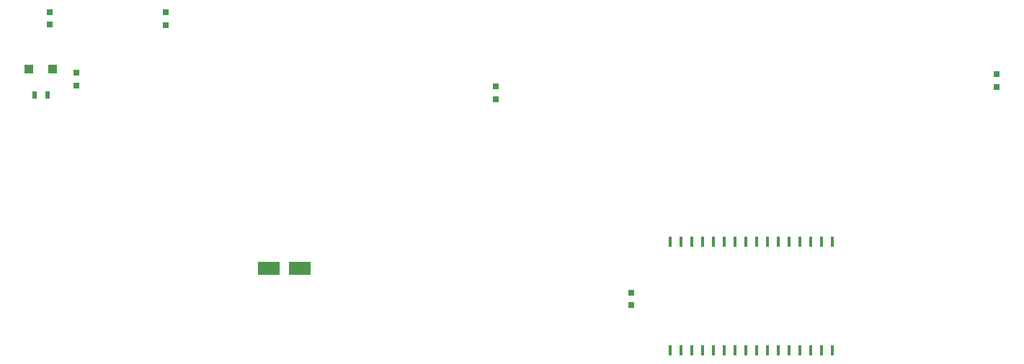
<source format=gbr>
G04 #@! TF.FileFunction,Paste,Top*
%FSLAX46Y46*%
G04 Gerber Fmt 4.6, Leading zero omitted, Abs format (unit mm)*
G04 Created by KiCad (PCBNEW 4.0.7) date 07/29/18 09:02:33*
%MOMM*%
%LPD*%
G01*
G04 APERTURE LIST*
%ADD10C,0.100000*%
%ADD11R,0.750000X0.800000*%
%ADD12R,2.600000X1.600000*%
%ADD13R,1.100000X1.100000*%
%ADD14R,0.500000X0.900000*%
%ADD15R,0.400000X1.200000*%
G04 APERTURE END LIST*
D10*
D11*
X55118000Y-52678900D03*
X55118000Y-54178900D03*
X51968400Y-45541500D03*
X51968400Y-47041500D03*
X65570100Y-47079600D03*
X65570100Y-45579600D03*
D12*
X81345180Y-75717400D03*
X77745180Y-75717400D03*
D11*
X163220400Y-54356700D03*
X163220400Y-52856700D03*
X120309640Y-80043720D03*
X120309640Y-78543720D03*
X104404160Y-55817200D03*
X104404160Y-54317200D03*
D13*
X49539700Y-52273200D03*
X52339700Y-52273200D03*
D14*
X50189700Y-55295800D03*
X51689700Y-55295800D03*
D15*
X124835700Y-85343200D03*
X126105700Y-85343200D03*
X127375700Y-85343200D03*
X128645700Y-85343200D03*
X129915700Y-85343200D03*
X131185700Y-85343200D03*
X132455700Y-85343200D03*
X133725700Y-85343200D03*
X134995700Y-85343200D03*
X136265700Y-85343200D03*
X137535700Y-85343200D03*
X138805700Y-85343200D03*
X140075700Y-85343200D03*
X141345700Y-85343200D03*
X142615700Y-85343200D03*
X143885700Y-85343200D03*
X143885700Y-72543200D03*
X142615700Y-72543200D03*
X141345700Y-72543200D03*
X140075700Y-72543200D03*
X138805700Y-72543200D03*
X137535700Y-72543200D03*
X136265700Y-72543200D03*
X134995700Y-72543200D03*
X133725700Y-72543200D03*
X132455700Y-72543200D03*
X131185700Y-72543200D03*
X129915700Y-72543200D03*
X128645700Y-72543200D03*
X127375700Y-72543200D03*
X126105700Y-72543200D03*
X124835700Y-72543200D03*
M02*

</source>
